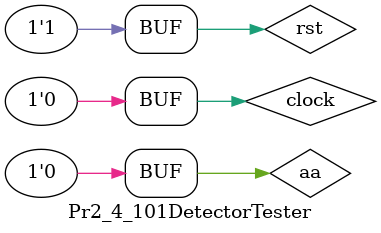
<source format=v>

`timescale 1ns/100ps

module Pr2_4_101DetectorTester;
	reg aa, clock, rst;
	wire ww;
	
	Pr2_3_101Detector UUT (aa, clock, rst, ww);
	
	initial begin
		$dumpfile("Pr2_4_101DetectorTester.vcd");
		$dumpvars(0, Pr2_4_101DetectorTester);
		aa = 0; clock = 0; rst = 1;
	end
	initial repeat (44) #7    clock = ~clock;
	initial repeat (15) #23   aa = ~aa;
	initial begin
		#31 rst = 1;
		#23 rst = 0;
	end
	
	always @ (ww) if (ww)
		$display ("A 1 was detected on w at time = %t", $time);
		
	// Show value of aa signal at every rising clock (after reset)
	always @ (clock) if (clock && !rst)
		$display ("%t: aa = %d", $time, aa);
endmodule

</source>
